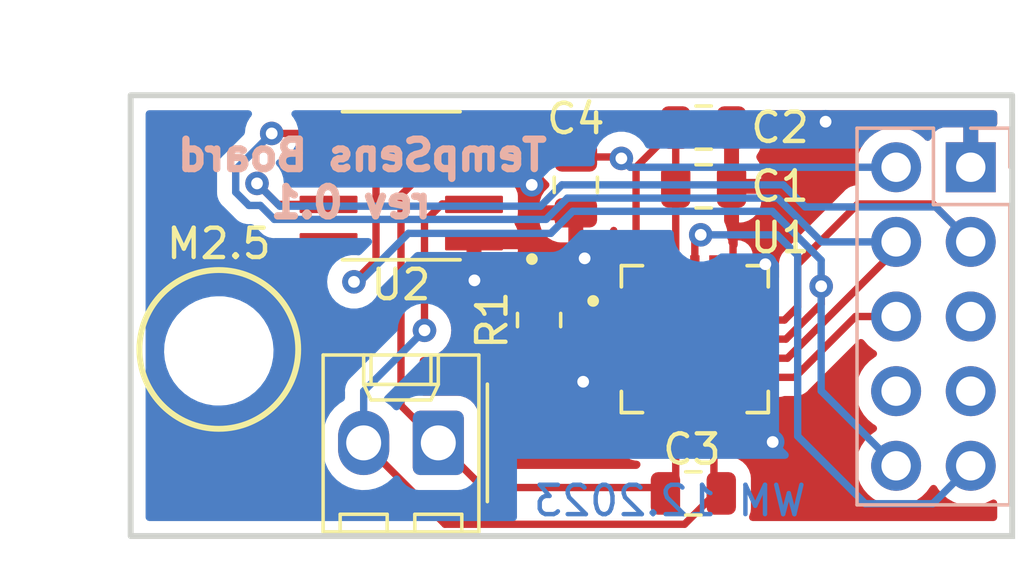
<source format=kicad_pcb>
(kicad_pcb (version 20211014) (generator pcbnew)
  (title_block (title "TempSens Board") (date "2023-12-29") (rev "0.1") (company "Wojciech Majnert"))
  (layers (0 "F.Cu" signal) (31 "B.Cu" signal) (34 "B.Paste" user) (35 "F.Paste" user) (36 "B.SilkS" user "B.Silkscreen") (37 "F.SilkS" user "F.Silkscreen") (38 "B.Mask" user) (39 "F.Mask" user) (44 "Edge.Cuts" user))
  (net 0 "")
  (net 1 "/GPIO37{slash}MISO")
  (net 2 "/GPIO36{slash}CLK")
  (net 3 "/GPIO34{slash}CS")
  (net 4 "/GPIO35{slash}MOSI")
  (net 5 "/GPIO9{slash}I2CSCL")
  (net 6 "/GPIO8{slash}I2CSDA")
  (net 7 "/GPIO7")
  (net 8 "/GPIO6")
  (net 10 "GND")
  (net 11 "+3V3_ED")
  (net 12 "/temp+")
  (net 13 "/temp-")
  (net 14 "Net-(R1-Pad1)")
  (net 15 "Net-(R1-Pad2)")
  (footprint "MAX31855KASA_:SOIC127P600X175-8N" (layer "F.Cu") (at 195.91 89.93 180)
    (fp_text reference "U2" (at 0.01 -3.37) (layer "F.SilkS"))
    (fp_text value "MAX31855KASA_")
    (fp_line (start -2 -2.52) (end 2 -2.52) (layer "F.SilkS") (width 0.127))
    (fp_line (start -2 2.52) (end 2 2.52) (layer "F.SilkS") (width 0.127))
    (fp_circle (center -4.445 -2.495) (end -4.345 -2.495) (layer "F.SilkS") (width 0.2) (fill none))
    (pad "1" smd roundrect (at -2.475 -1.905 180) (size 1.97 0.59) (layers "F.Cu" "F.Paste" "F.Mask") (roundrect_rratio 0.07) (net 10 "GND"))
    (pad "2" smd roundrect (at -2.475 -0.635 180) (size 1.97 0.59) (layers "F.Cu" "F.Paste" "F.Mask") (roundrect_rratio 0.07) (net 13 "/temp-"))
    (pad "3" smd roundrect (at -2.475 0.635 180) (size 1.97 0.59) (layers "F.Cu" "F.Paste" "F.Mask") (roundrect_rratio 0.07) (net 12 "/temp+"))
    (pad "4" smd roundrect (at -2.475 1.905 180) (size 1.97 0.59) (layers "F.Cu" "F.Paste" "F.Mask") (roundrect_rratio 0.07) (net 11 "+3V3_ED"))
    (pad "5" smd roundrect (at 2.475 1.905 180) (size 1.97 0.59) (layers "F.Cu" "F.Paste" "F.Mask") (roundrect_rratio 0.07) (net 2 "/GPIO36{slash}CLK"))
    (pad "6" smd roundrect (at 2.475 0.635 180) (size 1.97 0.59) (layers "F.Cu" "F.Paste" "F.Mask") (roundrect_rratio 0.07) (net 8 "/GPIO6"))
    (pad "7" smd roundrect (at 2.475 -0.635 180) (size 1.97 0.59) (layers "F.Cu" "F.Paste" "F.Mask") (roundrect_rratio 0.07) (net 1 "/GPIO37{slash}MISO"))
    (pad "8" smd roundrect (at 2.475 -1.905 180) (size 1.97 0.59) (layers "F.Cu" "F.Paste" "F.Mask") (roundrect_rratio 0.07))
  )
  (footprint "Resistor_SMD:R_0805_2012Metric" (layer "F.Cu") (at 200.6 94.5 -90)
    (fp_text reference "R1" (at 0 1.6 90) (layer "F.SilkS"))
    (fp_text value "400R(0.1%)")
    (fp_line (start -0.227064 -0.735) (end 0.227064 -0.735) (layer "F.SilkS") (width 0.12))
    (fp_line (start -0.227064 0.735) (end 0.227064 0.735) (layer "F.SilkS") (width 0.12))
    (pad "1" smd roundrect (at -0.9125 0 270) (size 1.025 1.4) (layers "F.Cu" "F.Paste" "F.Mask") (roundrect_rratio 0.243902439) (net 14 "Net-(R1-Pad1)"))
    (pad "2" smd roundrect (at 0.9125 0 270) (size 1.025 1.4) (layers "F.Cu" "F.Paste" "F.Mask") (roundrect_rratio 0.243902439) (net 15 "Net-(R1-Pad2)"))
  )
  (footprint "Capacitor_SMD:C_0805_2012Metric" (layer "F.Cu") (at 201.85 89.9 -90)
    (fp_text reference "C4" (at -2.25 0 180) (layer "F.SilkS"))
    (fp_text value "0.1uF/50V(10%)")
    (fp_line (start -0.261252 -0.735) (end 0.261252 -0.735) (layer "F.SilkS") (width 0.12))
    (fp_line (start -0.261252 0.735) (end 0.261252 0.735) (layer "F.SilkS") (width 0.12))
    (pad "1" smd roundrect (at -0.95 0 270) (size 1 1.45) (layers "F.Cu" "F.Paste" "F.Mask") (net 11 "+3V3_ED"))
    (pad "2" smd roundrect (at 0.95 0 270) (size 1 1.45) (layers "F.Cu" "F.Paste" "F.Mask") (net 10 "GND"))
  )
  (footprint "MAX31865ATP_T:QFN65P500X500X80-21N" (layer "F.Cu") (at 205.9 95.15)
    (fp_text reference "U1" (at 2.9 -3.45) (layer "F.SilkS"))
    (fp_text value "MAX31865ATP_T" hide)
    (fp_line (start -2.5 -1.78) (end -2.5 -2.5) (layer "F.SilkS") (width 0.127))
    (fp_line (start 2.5 2.5) (end 1.78 2.5) (layer "F.SilkS") (width 0.127))
    (fp_line (start -1.78 2.5) (end -2.5 2.5) (layer "F.SilkS") (width 0.127))
    (fp_line (start 2.5 2.5) (end 2.5 1.78) (layer "F.SilkS") (width 0.127))
    (fp_line (start 2.5 -1.78) (end 2.5 -2.5) (layer "F.SilkS") (width 0.127))
    (fp_line (start 2.5 -2.5) (end 1.78 -2.5) (layer "F.SilkS") (width 0.127))
    (fp_line (start -1.78 -2.5) (end -2.5 -2.5) (layer "F.SilkS") (width 0.127))
    (fp_line (start -2.5 2.5) (end -2.5 1.78) (layer "F.SilkS") (width 0.127))
    (fp_circle (center -3.46 -1.3) (end -3.36 -1.3) (layer "F.SilkS") (width 0.2) (fill none))
    (pad "1" smd roundrect (at -2.435 -1.3) (size 0.84 0.32) (layers "F.Cu" "F.Paste" "F.Mask") (roundrect_rratio 0.04) (net 14 "Net-(R1-Pad1)"))
    (pad "2" smd roundrect (at -2.435 -0.65) (size 0.84 0.32) (layers "F.Cu" "F.Paste" "F.Mask") (roundrect_rratio 0.04) (net 14 "Net-(R1-Pad1)"))
    (pad "3" smd roundrect (at -2.435 0) (size 0.84 0.32) (layers "F.Cu" "F.Paste" "F.Mask") (roundrect_rratio 0.04) (net 15 "Net-(R1-Pad2)"))
    (pad "4" smd roundrect (at -2.435 0.65) (size 0.84 0.32) (layers "F.Cu" "F.Paste" "F.Mask") (roundrect_rratio 0.04) (net 15 "Net-(R1-Pad2)"))
    (pad "5" smd roundrect (at -2.435 1.3) (size 0.84 0.32) (layers "F.Cu" "F.Paste" "F.Mask") (roundrect_rratio 0.04) (net 12 "/temp+"))
    (pad "6" smd roundrect (at -1.3 2.435 90) (size 0.84 0.32) (layers "F.Cu" "F.Paste" "F.Mask") (roundrect_rratio 0.04) (net 10 "GND"))
    (pad "7" smd roundrect (at -0.65 2.435 90) (size 0.84 0.32) (layers "F.Cu" "F.Paste" "F.Mask") (roundrect_rratio 0.04) (net 12 "/temp+"))
    (pad "8" smd roundrect (at 0 2.435 90) (size 0.84 0.32) (layers "F.Cu" "F.Paste" "F.Mask") (roundrect_rratio 0.04) (net 13 "/temp-"))
    (pad "9" smd roundrect (at 0.65 2.435 90) (size 0.84 0.32) (layers "F.Cu" "F.Paste" "F.Mask") (roundrect_rratio 0.04) (net 13 "/temp-"))
    (pad "10" smd roundrect (at 1.3 2.435 90) (size 0.84 0.32) (layers "F.Cu" "F.Paste" "F.Mask") (roundrect_rratio 0.04) (net 10 "GND"))
    (pad "11" smd roundrect (at 2.435 1.3) (size 0.84 0.32) (layers "F.Cu" "F.Paste" "F.Mask") (roundrect_rratio 0.04) (net 4 "/GPIO35{slash}MOSI"))
    (pad "12" smd roundrect (at 2.435 0.65) (size 0.84 0.32) (layers "F.Cu" "F.Paste" "F.Mask") (roundrect_rratio 0.04) (net 2 "/GPIO36{slash}CLK"))
    (pad "13" smd roundrect (at 2.435 0) (size 0.84 0.32) (layers "F.Cu" "F.Paste" "F.Mask") (roundrect_rratio 0.04) (net 8 "/GPIO6"))
    (pad "14" smd roundrect (at 2.435 -0.65) (size 0.84 0.32) (layers "F.Cu" "F.Paste" "F.Mask") (roundrect_rratio 0.04) (net 1 "/GPIO37{slash}MISO"))
    (pad "15" smd roundrect (at 2.435 -1.3) (size 0.84 0.32) (layers "F.Cu" "F.Paste" "F.Mask") (roundrect_rratio 0.04) (net 10 "GND"))
    (pad "16" smd roundrect (at 1.3 -2.435 90) (size 0.84 0.32) (layers "F.Cu" "F.Paste" "F.Mask") (roundrect_rratio 0.04) (net 10 "GND"))
    (pad "17" smd roundrect (at 0.65 -2.435 90) (size 0.84 0.32) (layers "F.Cu" "F.Paste" "F.Mask") (roundrect_rratio 0.04))
    (pad "18" smd roundrect (at 0 -2.435 90) (size 0.84 0.32) (layers "F.Cu" "F.Paste" "F.Mask") (roundrect_rratio 0.04) (net 7 "/GPIO7"))
    (pad "19" smd roundrect (at -0.65 -2.435 90) (size 0.84 0.32) (layers "F.Cu" "F.Paste" "F.Mask") (roundrect_rratio 0.04) (net 11 "+3V3_ED"))
    (pad "20" smd roundrect (at -1.3 -2.435 90) (size 0.84 0.32) (layers "F.Cu" "F.Paste" "F.Mask") (roundrect_rratio 0.04) (net 11 "+3V3_ED"))
    (pad "21" smd rect (at 0 0) (size 3.25 3.25) (layers "F.Cu" "F.Mask") (net 10 "GND"))
  )
  (footprint "Capacitor_SMD:C_0805_2012Metric" (layer "F.Cu") (at 205.85 100.4)
    (fp_text reference "C3" (at -0.05 -1.5) (layer "F.SilkS"))
    (fp_text value "0.1uF/50V(10%)")
    (fp_line (start -0.261252 -0.735) (end 0.261252 -0.735) (layer "F.SilkS") (width 0.12))
    (fp_line (start -0.261252 0.735) (end 0.261252 0.735) (layer "F.SilkS") (width 0.12))
    (pad "1" smd roundrect (at -0.95 0) (size 1 1.45) (layers "F.Cu" "F.Paste" "F.Mask") (net 12 "/temp+"))
    (pad "2" smd roundrect (at 0.95 0) (size 1 1.45) (layers "F.Cu" "F.Paste" "F.Mask") (net 13 "/temp-"))
  )
  (footprint "Connector_Molex:Molex_KK-254_AE-6410-02A_1x02_P2.54mm_Vertical" (layer "F.Cu") (at 197.17 98.68 180)
    (fp_text reference "J2" hide)
    (fp_text value "DG308-2.54-02P-14-00AH")
    (fp_line (start 0 1.99) (end 2.54 1.99) (layer "F.SilkS") (width 0.12))
    (fp_line (start 0.8 -2.43) (end 0.8 -3.03) (layer "F.SilkS") (width 0.12))
    (fp_line (start 1.74 -3.03) (end 1.74 -2.43) (layer "F.SilkS") (width 0.12))
    (fp_line (start -1.38 2.99) (end 3.92 2.99) (layer "F.SilkS") (width 0.12))
    (fp_line (start -1.38 -3.03) (end -1.38 2.99) (layer "F.SilkS") (width 0.12))
    (fp_line (start 3.92 2.99) (end 3.92 -3.03) (layer "F.SilkS") (width 0.12))
    (fp_line (start -0.8 -2.43) (end 0.8 -2.43) (layer "F.SilkS") (width 0.12))
    (fp_line (start 1.74 -2.43) (end 3.34 -2.43) (layer "F.SilkS") (width 0.12))
    (fp_line (start 2.29 2.99) (end 2.29 1.99) (layer "F.SilkS") (width 0.12))
    (fp_line (start 3.34 -2.43) (end 3.34 -3.03) (layer "F.SilkS") (width 0.12))
    (fp_line (start 0.25 2.99) (end 0.25 1.99) (layer "F.SilkS") (width 0.12))
    (fp_line (start 0 1.99) (end 0.25 1.46) (layer "F.SilkS") (width 0.12))
    (fp_line (start 3.92 -3.03) (end -1.38 -3.03) (layer "F.SilkS") (width 0.12))
    (fp_line (start -0.8 -3.03) (end -0.8 -2.43) (layer "F.SilkS") (width 0.12))
    (fp_line (start 0 2.99) (end 0 1.99) (layer "F.SilkS") (width 0.12))
    (fp_line (start -1.67 -2) (end -1.67 2) (layer "F.SilkS") (width 0.12))
    (fp_line (start 2.54 1.99) (end 2.54 2.99) (layer "F.SilkS") (width 0.12))
    (fp_line (start 2.29 1.46) (end 2.54 1.99) (layer "F.SilkS") (width 0.12))
    (fp_line (start 0.25 1.46) (end 2.29 1.46) (layer "F.SilkS") (width 0.12))
    (pad "1" thru_hole roundrect (at 0 0 180) (size 1.74 2.19) (drill 1.19) (layers *.Cu *.Mask) (roundrect_rratio 0.1436781609) (net 12 "/temp+"))
    (pad "2" thru_hole oval (at 2.54 0 180) (size 1.74 2.19) (drill 1.19) (layers *.Cu *.Mask) (net 13 "/temp-"))
  )
  (footprint "Capacitor_SMD:C_0805_2012Metric" (layer "F.Cu") (at 206.2 89.95)
    (fp_text reference "C1" (at 2.6 0) (layer "F.SilkS"))
    (fp_text value "0.1uF/50V(10%)")
    (fp_line (start -0.261252 -0.735) (end 0.261252 -0.735) (layer "F.SilkS") (width 0.12))
    (fp_line (start -0.261252 0.735) (end 0.261252 0.735) (layer "F.SilkS") (width 0.12))
    (pad "1" smd roundrect (at -0.95 0) (size 1 1.45) (layers "F.Cu" "F.Paste" "F.Mask") (net 11 "+3V3_ED"))
    (pad "2" smd roundrect (at 0.95 0) (size 1 1.45) (layers "F.Cu" "F.Paste" "F.Mask") (net 10 "GND"))
  )
  (footprint "MountingHole:MountingHole_2.7mm_M2.5" (layer "F.Cu") (at 189.7 95.55)
    (fp_text reference "H1" hide)
    (fp_text value "MountingHole" hide)
    (pad "" np_thru_hole circle (at 0 0) (size 2.7 2.7) (drill 2.7) (layers *.Cu *.Mask))
  )
  (footprint "Capacitor_SMD:C_0805_2012Metric" (layer "F.Cu") (at 206.2 87.95)
    (fp_text reference "C2" (at 2.6 0) (layer "F.SilkS"))
    (fp_text value "0.1uF/50V(10%)")
    (fp_line (start -0.261252 -0.735) (end 0.261252 -0.735) (layer "F.SilkS") (width 0.12))
    (fp_line (start -0.261252 0.735) (end 0.261252 0.735) (layer "F.SilkS") (width 0.12))
    (pad "1" smd roundrect (at -0.95 0) (size 1 1.45) (layers "F.Cu" "F.Paste" "F.Mask") (net 11 "+3V3_ED"))
    (pad "2" smd roundrect (at 0.95 0) (size 1 1.45) (layers "F.Cu" "F.Paste" "F.Mask") (net 10 "GND"))
  )
  (footprint "Connector_PinHeader_2.54mm:PinHeader_2x05_P2.54mm_Vertical" (layer "B.Cu") (at 215.29 89.3 180)
    (fp_text reference "J1" hide)
    (fp_text value "Pin Header 02x05" hide)
    (fp_line (start 1.27 1.33) (end 3.87 1.33) (layer "B.SilkS") (width 0.12))
    (fp_line (start -1.33 -1.27) (end -1.33 -11.49) (layer "B.SilkS") (width 0.12))
    (fp_line (start -1.33 -1.27) (end 1.27 -1.27) (layer "B.SilkS") (width 0.12))
    (fp_line (start 3.87 1.33) (end 3.87 -11.49) (layer "B.SilkS") (width 0.12))
    (fp_line (start -1.33 0) (end -1.33 1.33) (layer "B.SilkS") (width 0.12))
    (fp_line (start -1.33 1.33) (end 0 1.33) (layer "B.SilkS") (width 0.12))
    (fp_line (start 1.27 -1.27) (end 1.27 1.33) (layer "B.SilkS") (width 0.12))
    (fp_line (start -1.33 -11.49) (end 3.87 -11.49) (layer "B.SilkS") (width 0.12))
    (pad "1" thru_hole rect locked (at 0 0 180) (size 1.7 1.7) (drill 1) (layers *.Cu *.Mask) (net 10 "GND"))
    (pad "2" thru_hole oval locked (at 2.54 0 180) (size 1.7 1.7) (drill 1) (layers *.Cu *.Mask) (net 11 "+3V3_ED"))
    (pad "3" thru_hole oval locked (at 0 -2.54 180) (size 1.7 1.7) (drill 1) (layers *.Cu *.Mask) (net 1 "/GPIO37{slash}MISO"))
    (pad "4" thru_hole oval locked (at 2.54 -2.54 180) (size 1.7 1.7) (drill 1) (layers *.Cu *.Mask) (net 2 "/GPIO36{slash}CLK"))
    (pad "5" thru_hole oval locked (at 0 -5.08 180) (size 1.7 1.7) (drill 1) (layers *.Cu *.Mask) (net 3 "/GPIO34{slash}CS"))
    (pad "6" thru_hole oval locked (at 2.54 -5.08 180) (size 1.7 1.7) (drill 1) (layers *.Cu *.Mask) (net 4 "/GPIO35{slash}MOSI"))
    (pad "7" thru_hole oval locked (at 0 -7.62 180) (size 1.7 1.7) (drill 1) (layers *.Cu *.Mask) (net 5 "/GPIO9{slash}I2CSCL"))
    (pad "8" thru_hole oval locked (at 2.54 -7.62 180) (size 1.7 1.7) (drill 1) (layers *.Cu *.Mask) (net 6 "/GPIO8{slash}I2CSDA"))
    (pad "9" thru_hole oval locked (at 0 -10.16 180) (size 1.7 1.7) (drill 1) (layers *.Cu *.Mask) (net 7 "/GPIO7"))
    (pad "10" thru_hole oval locked (at 2.54 -10.16 180) (size 1.7 1.7) (drill 1) (layers *.Cu *.Mask) (net 8 "/GPIO6"))
  )
  (gr_circle (center 189.7 95.5) (end 192.401851 95.5) (layer "F.SilkS") (width 0.2) (fill none))
  (gr_poly (pts (xy 186.7 86.85) (xy 216.7 86.85) (xy 216.7 101.85) (xy 186.7 101.85)) (layer "Edge.Cuts") (width 0.2) (fill none))
  (gr_text "WM 12.2023" (at 205.05 100.65) (layer "B.Cu") (effects (font (size 1 1)) (justify mirror)))
  (gr_text "TempSens Board \nrev 0.1" (at 194.2 89.7) (layer "B.SilkS") (effects (font (size 1 1) (thickness 0.25)) (justify mirror)))
  (gr_text "M2.5" (at 189.7 91.9) (layer "F.SilkS") (effects (font (size 1 1))))
  (segment (start 209.4 92.6) (end 211.45 90.55) (width 0.25) (layer "F.Cu") (net 1))
  (segment (start 191 89.85) (end 191.715 90.565) (width 0.25) (layer "F.Cu") (net 1))
  (segment (start 214 90.55) (end 215.29 91.84) (width 0.25) (layer "F.Cu") (net 1))
  (segment (start 209.4 94.05) (end 209.4 92.6) (width 0.25) (layer "F.Cu") (net 1))
  (segment (start 191.715 90.565) (end 193.435 90.565) (width 0.25) (layer "F.Cu") (net 1))
  (segment (start 211.45 90.55) (end 214 90.55) (width 0.25) (layer "F.Cu") (net 1))
  (segment (start 208.95 94.5) (end 209.4 94.05) (width 0.25) (layer "F.Cu") (net 1))
  (segment (start 208.335 94.5) (end 208.95 94.5) (width 0.25) (layer "F.Cu") (net 1))
  (via (at 191 89.85) (size 0.8) (drill 0.4) (layers "F.Cu" "B.Cu") (net 1))
  (segment (start 215.29 91.84) (end 214.1 90.65) (width 0.25) (layer "B.Cu") (net 1))
  (segment (start 191.775 90.625) (end 191 89.85) (width 0.25) (layer "B.Cu") (net 1))
  (segment (start 200.650305 90.625) (end 191.775 90.625) (width 0.25) (layer "B.Cu") (net 1))
  (segment (start 209.659188 90.65) (end 208.909188 89.9) (width 0.25) (layer "B.Cu") (net 1))
  (segment (start 201.375305 89.9) (end 200.650305 90.625) (width 0.25) (layer "B.Cu") (net 1))
  (segment (start 214.1 90.65) (end 209.659188 90.65) (width 0.25) (layer "B.Cu") (net 1))
  (segment (start 208.909188 89.9) (end 201.375305 89.9) (width 0.25) (layer "B.Cu") (net 1))
  (segment (start 193.31 88.15) (end 193.435 88.025) (width 0.25) (layer "F.Cu") (net 2))
  (segment (start 208.335 95.8) (end 209.05 95.8) (width 0.25) (layer "F.Cu") (net 2))
  (segment (start 191.5 88.15) (end 193.31 88.15) (width 0.25) (layer "F.Cu") (net 2))
  (segment (start 212.75 92.1) (end 212.75 91.84) (width 0.25) (layer "F.Cu") (net 2))
  (segment (start 209.05 95.8) (end 212.75 92.1) (width 0.25) (layer "F.Cu") (net 2))
  (via (at 191.5 88.15) (size 0.8) (drill 0.4) (layers "F.Cu" "B.Cu") (net 2))
  (segment (start 190.275 89.375) (end 191.5 88.15) (width 0.25) (layer "B.Cu") (net 2))
  (segment (start 191.113604 90.6) (end 190.724695 90.6) (width 0.25) (layer "B.Cu") (net 2))
  (segment (start 190.724695 90.6) (end 190.275 90.150305) (width 0.25) (layer "B.Cu") (net 2))
  (segment (start 190.275 90.150305) (end 190.275 89.375) (width 0.25) (layer "B.Cu") (net 2))
  (segment (start 212.75 91.84) (end 210.212792 91.84) (width 0.25) (layer "B.Cu") (net 2))
  (segment (start 210.212792 91.84) (end 208.722792 90.35) (width 0.25) (layer "B.Cu") (net 2))
  (segment (start 200.836701 91.075) (end 191.588604 91.075) (width 0.25) (layer "B.Cu") (net 2))
  (segment (start 208.722792 90.35) (end 201.561701 90.35) (width 0.25) (layer "B.Cu") (net 2))
  (segment (start 191.588604 91.075) (end 191.113604 90.6) (width 0.25) (layer "B.Cu") (net 2))
  (segment (start 201.561701 90.35) (end 200.836701 91.075) (width 0.25) (layer "B.Cu") (net 2))
  (segment (start 211.37 94.38) (end 212.75 94.38) (width 0.25) (layer "F.Cu") (net 4))
  (segment (start 209.3 96.45) (end 211.37 94.38) (width 0.25) (layer "F.Cu") (net 4))
  (segment (start 208.335 96.45) (end 209.3 96.45) (width 0.25) (layer "F.Cu") (net 4))
  (segment (start 206.1 91.6) (end 205.9 91.8) (width 0.25) (layer "F.Cu") (net 7))
  (segment (start 205.9 91.8) (end 205.9 92.715) (width 0.25) (layer "F.Cu") (net 7))
  (via (at 206.1 91.6) (size 0.8) (drill 0.4) (layers "F.Cu" "B.Cu") (net 7))
  (segment (start 206.1 91.6) (end 208.7 91.6) (width 0.25) (layer "B.Cu") (net 7))
  (segment (start 214 100.75) (end 215.29 99.46) (width 0.25) (layer "B.Cu") (net 7))
  (segment (start 209.4 98.45) (end 211.7 100.75) (width 0.25) (layer "B.Cu") (net 7))
  (segment (start 211.7 100.75) (end 214 100.75) (width 0.25) (layer "B.Cu") (net 7))
  (segment (start 209.4 92.3) (end 209.4 98.45) (width 0.25) (layer "B.Cu") (net 7))
  (segment (start 208.7 91.6) (end 209.4 92.3) (width 0.25) (layer "B.Cu") (net 7))
  (segment (start 194.695 89.295) (end 193.435 89.295) (width 0.25) (layer "F.Cu") (net 8))
  (segment (start 209.75 94.4) (end 210.2 93.95) (width 0.25) (layer "F.Cu") (net 8))
  (segment (start 195.05 89.65) (end 194.695 89.295) (width 0.25) (layer "F.Cu") (net 8))
  (segment (start 195.05 92.45) (end 195.05 89.65) (width 0.25) (layer "F.Cu") (net 8))
  (segment (start 209 95.15) (end 209.75 94.4) (width 0.25) (layer "F.Cu") (net 8))
  (segment (start 208.335 95.15) (end 209 95.15) (width 0.25) (layer "F.Cu") (net 8))
  (segment (start 210.2 93.95) (end 210.2 93.35) (width 0.25) (layer "F.Cu") (net 8))
  (segment (start 194.3 93.2) (end 195.05 92.45) (width 0.25) (layer "F.Cu") (net 8))
  (via (at 194.3 93.2) (size 0.8) (drill 0.4) (layers "F.Cu" "B.Cu") (net 8))
  (via (at 210.2 93.35) (size 0.8) (drill 0.4) (layers "F.Cu" "B.Cu") (net 8))
  (segment (start 196.15 91.55) (end 200.998097 91.55) (width 0.25) (layer "B.Cu") (net 8))
  (segment (start 194.3 93.2) (end 194.5 93.2) (width 0.25) (layer "B.Cu") (net 8))
  (segment (start 200.998097 91.55) (end 201.748097 90.8) (width 0.25) (layer "B.Cu") (net 8))
  (segment (start 208.536396 90.8) (end 210.2 92.463604) (width 0.25) (layer "B.Cu") (net 8))
  (segment (start 201.748097 90.8) (end 208.536396 90.8) (width 0.25) (layer "B.Cu") (net 8))
  (segment (start 210.2 92.463604) (end 210.2 93.35) (width 0.25) (layer "B.Cu") (net 8))
  (segment (start 210.2 93.35) (end 210.2 96.91) (width 0.25) (layer "B.Cu") (net 8))
  (segment (start 210.2 96.91) (end 212.75 99.46) (width 0.25) (layer "B.Cu") (net 8))
  (segment (start 194.5 93.2) (end 196.15 91.55) (width 0.25) (layer "B.Cu") (net 8))
  (segment (start 202.15 92.4) (end 202.85 93.1) (width 0.25) (layer "F.Cu") (net 10))
  (segment (start 207.2 90) (end 207.15 89.95) (width 0.25) (layer "F.Cu") (net 10))
  (segment (start 207.2 93.85) (end 205.9 95.15) (width 0.25) (layer "F.Cu") (net 10))
  (segment (start 207.2 96.45) (end 205.9 95.15) (width 0.25) (layer "F.Cu") (net 10))
  (segment (start 204.6 97.585) (end 204.6 96.45) (width 0.25) (layer "F.Cu") (net 10))
  (segment (start 207.2 92.715) (end 207.2 90) (width 0.25) (layer "F.Cu") (net 10))
  (segment (start 207.15 89.95) (end 207.15 87.95) (width 0.25) (layer "F.Cu") (net 10))
  (segment (start 207.2 92.715) (end 207.2 93.85) (width 0.25) (layer "F.Cu") (net 10))
  (segment (start 204.6 96.45) (end 205.9 95.15) (width 0.25) (layer "F.Cu") (net 10))
  (segment (start 203.85 93.1) (end 205.9 95.15) (width 0.25) (layer "F.Cu") (net 10))
  (segment (start 202.85 93.1) (end 203.85 93.1) (width 0.25) (layer "F.Cu") (net 10))
  (segment (start 207.2 97.585) (end 207.2 96.45) (width 0.25) (layer "F.Cu") (net 10))
  (segment (start 208.335 93.85) (end 207.2 93.85) (width 0.25) (layer "F.Cu") (net 10))
  (via (at 202.15 92.4) (size 0.8) (drill 0.4) (layers "F.Cu" "B.Cu") (net 10))
  (via (at 202.1 96.6) (size 0.8) (drill 0.4) (layers "F.Cu" "B.Cu") (net 10))
  (via (at 208.55 98.65) (size 0.8) (drill 0.4) (layers "F.Cu" "B.Cu") (net 10))
  (via (at 198.4 93.15) (size 0.8) (drill 0.4) (layers "F.Cu" "B.Cu") (net 10))
  (via (at 210.35 87.75) (size 0.8) (drill 0.4) (layers "F.Cu" "B.Cu") (net 10))
  (via (at 200.35 89.9) (size 0.8) (drill 0.4) (layers "F.Cu" "B.Cu") (net 10))
  (via (at 208.3 92.6) (size 0.8) (drill 0.4) (layers "F.Cu" "B.Cu") (net 10))
  (segment (start 204.6 92.715) (end 203.9 92.015) (width 0.25) (layer "F.Cu") (net 11))
  (segment (start 203.7 89.3) (end 203.9 89.3) (width 0.25) (layer "F.Cu") (net 11))
  (segment (start 203.4 89) (end 203.35 88.95) (width 0.25) (layer "F.Cu") (net 11))
  (segment (start 203.9 89.3) (end 205.25 87.95) (width 0.25) (layer "F.Cu") (net 11))
  (segment (start 203.9 92.015) (end 203.9 89.3) (width 0.25) (layer "F.Cu") (net 11))
  (segment (start 203.4 89) (end 203.7 89.3) (width 0.25) (layer "F.Cu") (net 11))
  (segment (start 205.25 87.95) (end 205.25 89.95) (width 0.25) (layer "F.Cu") (net 11))
  (segment (start 203.35 88.95) (end 201.85 88.95) (width 0.25) (layer "F.Cu") (net 11))
  (segment (start 201.85 88.95) (end 200.925 88.025) (width 0.25) (layer "F.Cu") (net 11))
  (segment (start 205.25 92.715) (end 205.25 89.95) (width 0.25) (layer "F.Cu") (net 11))
  (segment (start 200.925 88.025) (end 198.385 88.025) (width 0.25) (layer "F.Cu") (net 11))
  (via (at 203.4 89) (size 0.8) (drill 0.4) (layers "F.Cu" "B.Cu") (net 11))
  (segment (start 203.4 89) (end 203.7 89.3) (width 0.25) (layer "B.Cu") (net 11))
  (segment (start 203.7 89.3) (end 212.75 89.3) (width 0.25) (layer "B.Cu") (net 11))
  (segment (start 195.9 97.41) (end 195.9 90.25) (width 0.25) (layer "F.Cu") (net 12))
  (segment (start 205.25 99.85) (end 204.9 100.2) (width 0.25) (layer "F.Cu") (net 12))
  (segment (start 205.25 98.65) (end 205.25 99.85) (width 0.25) (layer "F.Cu") (net 12))
  (segment (start 203.465 98.165) (end 203.465 96.45) (width 0.25) (layer "F.Cu") (net 12))
  (segment (start 197.17 98.68) (end 195.9 97.41) (width 0.25) (layer "F.Cu") (net 12))
  (segment (start 198.69 100.2) (end 197.17 98.68) (width 0.25) (layer "F.Cu") (net 12))
  (segment (start 205.25 97.585) (end 205.25 98.65) (width 0.25) (layer "F.Cu") (net 12))
  (segment (start 195.9 90.25) (end 196.855 89.295) (width 0.25) (layer "F.Cu") (net 12))
  (segment (start 205.25 98.65) (end 203.95 98.65) (width 0.25) (layer "F.Cu") (net 12))
  (segment (start 203.95 98.65) (end 203.465 98.165) (width 0.25) (layer "F.Cu") (net 12))
  (segment (start 196.855 89.295) (end 198.385 89.295) (width 0.25) (layer "F.Cu") (net 12))
  (segment (start 204.9 100.2) (end 198.69 100.2) (width 0.25) (layer "F.Cu") (net 12))
  (segment (start 206.55 97.585) (end 206.55 99.95) (width 0.25) (layer "F.Cu") (net 13))
  (segment (start 198.37 90.55) (end 197.3 90.55) (width 0.25) (layer "F.Cu") (net 13))
  (segment (start 197.4 101.45) (end 194.63 98.68) (width 0.25) (layer "F.Cu") (net 13))
  (segment (start 205.9 97.585) (end 206.55 97.585) (width 0.25) (layer "F.Cu") (net 13))
  (segment (start 206.55 99.95) (end 206.8 100.2) (width 0.25) (layer "F.Cu") (net 13))
  (segment (start 197.3 90.55) (end 196.7 91.15) (width 0.25) (layer "F.Cu") (net 13))
  (segment (start 196.7 91.15) (end 196.7 94.85) (width 0.25) (layer "F.Cu") (net 13))
  (segment (start 206.8 100.2) (end 205.55 101.45) (width 0.25) (layer "F.Cu") (net 13))
  (segment (start 205.55 101.45) (end 197.4 101.45) (width 0.25) (layer "F.Cu") (net 13))
  (via (at 196.7 94.85) (size 0.8) (drill 0.4) (layers "F.Cu" "B.Cu") (net 13))
  (segment (start 196.7 94.85) (end 194.63 96.92) (width 0.25) (layer "B.Cu") (net 13))
  (segment (start 194.63 96.92) (end 194.63 98.68) (width 0.25) (layer "B.Cu") (net 13))
  (segment (start 203.465 93.85) (end 200.8625 93.85) (width 0.25) (layer "F.Cu") (net 14))
  (segment (start 200.8625 93.85) (end 200.6 93.5875) (width 0.25) (layer "F.Cu") (net 14))
  (segment (start 203.465 93.85) (end 203.465 94.5) (width 0.25) (layer "F.Cu") (net 14))
  (segment (start 203.465 95.15) (end 200.8625 95.15) (width 0.25) (layer "F.Cu") (net 15))
  (segment (start 203.465 95.8) (end 203.465 95.15) (width 0.25) (layer "F.Cu") (net 15))
  (segment (start 200.8625 95.15) (end 200.6 95.4125) (width 0.25) (layer "F.Cu") (net 15))
  (zone (net 10) (net_name "GND") (layer "F.Cu") (name "GND") (connect_pads (clearance 0.508)) (min_thickness 0.254) (fill yes (thermal_gap 0.508) (thermal_bridge_width 0.508))
    (polygon (pts (xy 186.7 86.85) (xy 216.7 86.85) (xy 216.7 101.85) (xy 186.7 101.85)))
  )
  (zone (net 10) (net_name "GND") (layer "B.Cu") (name "GND") (connect_pads (clearance 0.508)) (min_thickness 0.254) (fill yes (thermal_gap 0.508) (thermal_bridge_width 0.508))
    (polygon (pts (xy 186.7 86.85) (xy 216.7 86.85) (xy 216.7 101.85) (xy 186.7 101.85)))
  )
)
</source>
